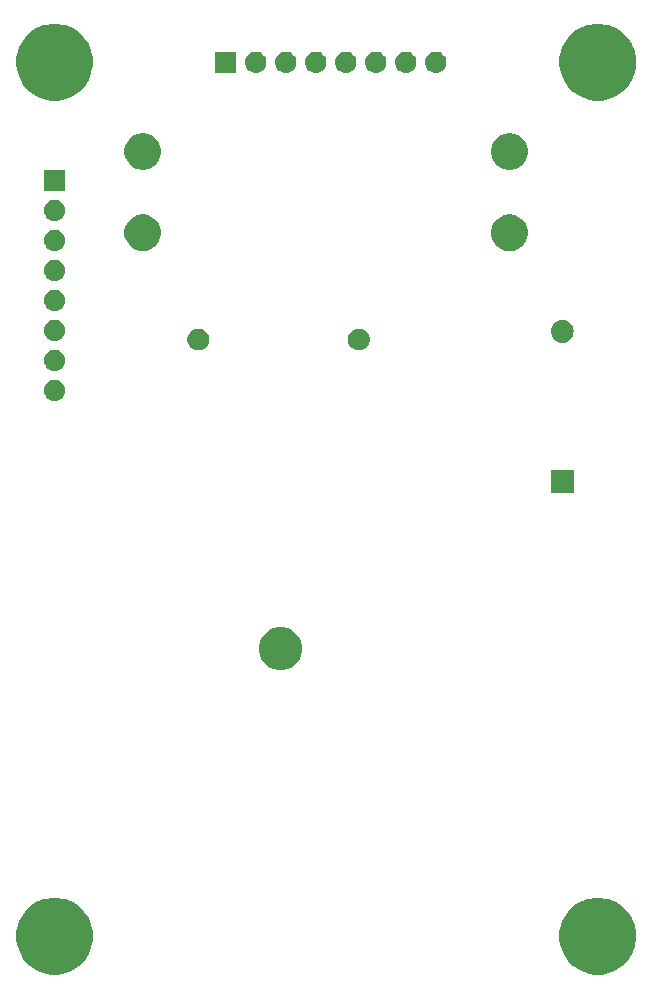
<source format=gbs>
%TF.GenerationSoftware,KiCad,Pcbnew,5.0.2+dfsg1-1*%
%TF.CreationDate,2022-04-10T03:47:20-07:00*%
%TF.ProjectId,keygame-batpack,6b657967-616d-4652-9d62-61747061636b,rev?*%
%TF.SameCoordinates,Original*%
%TF.FileFunction,Soldermask,Bot*%
%TF.FilePolarity,Negative*%
%FSLAX46Y46*%
G04 Gerber Fmt 4.6, Leading zero omitted, Abs format (unit mm)*
G04 Created by KiCad (PCBNEW 5.0.2+dfsg1-1) date Sun 10 Apr 2022 03:47:20 AM PDT*
%MOMM*%
%LPD*%
G01*
G04 APERTURE LIST*
%ADD10C,0.100000*%
G04 APERTURE END LIST*
D10*
G36*
X171074239Y-130471467D02*
X171388282Y-130533934D01*
X171979926Y-130779001D01*
X172269523Y-130972504D01*
X172512395Y-131134786D01*
X172965214Y-131587605D01*
X172965216Y-131587608D01*
X173320999Y-132120074D01*
X173442724Y-132413944D01*
X173566066Y-132711719D01*
X173691000Y-133339803D01*
X173691000Y-133980197D01*
X173628533Y-134294239D01*
X173566066Y-134608282D01*
X173320999Y-135199926D01*
X173073265Y-135570685D01*
X172965214Y-135732395D01*
X172512395Y-136185214D01*
X172512392Y-136185216D01*
X171979926Y-136540999D01*
X171388282Y-136786066D01*
X171074239Y-136848533D01*
X170760197Y-136911000D01*
X170119803Y-136911000D01*
X169805761Y-136848533D01*
X169491718Y-136786066D01*
X168900074Y-136540999D01*
X168367608Y-136185216D01*
X168367605Y-136185214D01*
X167914786Y-135732395D01*
X167806735Y-135570685D01*
X167559001Y-135199926D01*
X167313934Y-134608282D01*
X167251467Y-134294239D01*
X167189000Y-133980197D01*
X167189000Y-133339803D01*
X167313934Y-132711719D01*
X167437276Y-132413944D01*
X167559001Y-132120074D01*
X167914784Y-131587608D01*
X167914786Y-131587605D01*
X168367605Y-131134786D01*
X168610477Y-130972504D01*
X168900074Y-130779001D01*
X169491718Y-130533934D01*
X169805761Y-130471467D01*
X170119803Y-130409000D01*
X170760197Y-130409000D01*
X171074239Y-130471467D01*
X171074239Y-130471467D01*
G37*
G36*
X125074239Y-130471467D02*
X125388282Y-130533934D01*
X125979926Y-130779001D01*
X126269523Y-130972504D01*
X126512395Y-131134786D01*
X126965214Y-131587605D01*
X126965216Y-131587608D01*
X127320999Y-132120074D01*
X127442724Y-132413944D01*
X127566066Y-132711719D01*
X127691000Y-133339803D01*
X127691000Y-133980197D01*
X127628533Y-134294239D01*
X127566066Y-134608282D01*
X127320999Y-135199926D01*
X127073265Y-135570685D01*
X126965214Y-135732395D01*
X126512395Y-136185214D01*
X126512392Y-136185216D01*
X125979926Y-136540999D01*
X125388282Y-136786066D01*
X125074239Y-136848533D01*
X124760197Y-136911000D01*
X124119803Y-136911000D01*
X123805761Y-136848533D01*
X123491718Y-136786066D01*
X122900074Y-136540999D01*
X122367608Y-136185216D01*
X122367605Y-136185214D01*
X121914786Y-135732395D01*
X121806735Y-135570685D01*
X121559001Y-135199926D01*
X121313934Y-134608282D01*
X121251467Y-134294239D01*
X121189000Y-133980197D01*
X121189000Y-133339803D01*
X121313934Y-132711719D01*
X121437276Y-132413944D01*
X121559001Y-132120074D01*
X121914784Y-131587608D01*
X121914786Y-131587605D01*
X122367605Y-131134786D01*
X122610477Y-130972504D01*
X122900074Y-130779001D01*
X123491718Y-130533934D01*
X123805761Y-130471467D01*
X124119803Y-130409000D01*
X124760197Y-130409000D01*
X125074239Y-130471467D01*
X125074239Y-130471467D01*
G37*
G36*
X144114080Y-107539364D02*
X144114082Y-107539365D01*
X144114083Y-107539365D01*
X144447304Y-107677389D01*
X144745840Y-107876865D01*
X144747197Y-107877772D01*
X145002228Y-108132803D01*
X145002230Y-108132806D01*
X145202611Y-108432696D01*
X145340635Y-108765917D01*
X145411000Y-109119662D01*
X145411000Y-109480338D01*
X145340635Y-109834083D01*
X145202611Y-110167304D01*
X145003135Y-110465840D01*
X145002228Y-110467197D01*
X144747197Y-110722228D01*
X144747194Y-110722230D01*
X144447304Y-110922611D01*
X144114083Y-111060635D01*
X144114082Y-111060635D01*
X144114080Y-111060636D01*
X143760339Y-111131000D01*
X143399661Y-111131000D01*
X143045920Y-111060636D01*
X143045918Y-111060635D01*
X143045917Y-111060635D01*
X142712696Y-110922611D01*
X142412806Y-110722230D01*
X142412803Y-110722228D01*
X142157772Y-110467197D01*
X142156865Y-110465840D01*
X141957389Y-110167304D01*
X141819365Y-109834083D01*
X141749000Y-109480338D01*
X141749000Y-109119662D01*
X141819365Y-108765917D01*
X141957389Y-108432696D01*
X142157770Y-108132806D01*
X142157772Y-108132803D01*
X142412803Y-107877772D01*
X142414160Y-107876865D01*
X142712696Y-107677389D01*
X143045917Y-107539365D01*
X143045918Y-107539365D01*
X143045920Y-107539364D01*
X143399661Y-107469000D01*
X143760339Y-107469000D01*
X144114080Y-107539364D01*
X144114080Y-107539364D01*
G37*
G36*
X168391000Y-96111000D02*
X166489000Y-96111000D01*
X166489000Y-94209000D01*
X168391000Y-94209000D01*
X168391000Y-96111000D01*
X168391000Y-96111000D01*
G37*
G36*
X124550443Y-86545519D02*
X124616627Y-86552037D01*
X124729853Y-86586384D01*
X124786467Y-86603557D01*
X124925087Y-86677652D01*
X124942991Y-86687222D01*
X124978729Y-86716552D01*
X125080186Y-86799814D01*
X125163448Y-86901271D01*
X125192778Y-86937009D01*
X125192779Y-86937011D01*
X125276443Y-87093533D01*
X125276443Y-87093534D01*
X125327963Y-87263373D01*
X125345359Y-87440000D01*
X125327963Y-87616627D01*
X125293616Y-87729853D01*
X125276443Y-87786467D01*
X125202348Y-87925087D01*
X125192778Y-87942991D01*
X125163448Y-87978729D01*
X125080186Y-88080186D01*
X124978729Y-88163448D01*
X124942991Y-88192778D01*
X124942989Y-88192779D01*
X124786467Y-88276443D01*
X124729853Y-88293616D01*
X124616627Y-88327963D01*
X124550443Y-88334481D01*
X124484260Y-88341000D01*
X124395740Y-88341000D01*
X124329557Y-88334481D01*
X124263373Y-88327963D01*
X124150147Y-88293616D01*
X124093533Y-88276443D01*
X123937011Y-88192779D01*
X123937009Y-88192778D01*
X123901271Y-88163448D01*
X123799814Y-88080186D01*
X123716552Y-87978729D01*
X123687222Y-87942991D01*
X123677652Y-87925087D01*
X123603557Y-87786467D01*
X123586384Y-87729853D01*
X123552037Y-87616627D01*
X123534641Y-87440000D01*
X123552037Y-87263373D01*
X123603557Y-87093534D01*
X123603557Y-87093533D01*
X123687221Y-86937011D01*
X123687222Y-86937009D01*
X123716552Y-86901271D01*
X123799814Y-86799814D01*
X123901271Y-86716552D01*
X123937009Y-86687222D01*
X123954913Y-86677652D01*
X124093533Y-86603557D01*
X124150147Y-86586384D01*
X124263373Y-86552037D01*
X124329557Y-86545519D01*
X124395740Y-86539000D01*
X124484260Y-86539000D01*
X124550443Y-86545519D01*
X124550443Y-86545519D01*
G37*
G36*
X124550442Y-84005518D02*
X124616627Y-84012037D01*
X124729853Y-84046384D01*
X124786467Y-84063557D01*
X124925087Y-84137652D01*
X124942991Y-84147222D01*
X124978729Y-84176552D01*
X125080186Y-84259814D01*
X125163448Y-84361271D01*
X125192778Y-84397009D01*
X125192779Y-84397011D01*
X125276443Y-84553533D01*
X125276443Y-84553534D01*
X125327963Y-84723373D01*
X125345359Y-84900000D01*
X125327963Y-85076627D01*
X125293616Y-85189853D01*
X125276443Y-85246467D01*
X125202348Y-85385087D01*
X125192778Y-85402991D01*
X125163448Y-85438729D01*
X125080186Y-85540186D01*
X124978729Y-85623448D01*
X124942991Y-85652778D01*
X124942989Y-85652779D01*
X124786467Y-85736443D01*
X124729853Y-85753616D01*
X124616627Y-85787963D01*
X124550442Y-85794482D01*
X124484260Y-85801000D01*
X124395740Y-85801000D01*
X124329558Y-85794482D01*
X124263373Y-85787963D01*
X124150147Y-85753616D01*
X124093533Y-85736443D01*
X123937011Y-85652779D01*
X123937009Y-85652778D01*
X123901271Y-85623448D01*
X123799814Y-85540186D01*
X123716552Y-85438729D01*
X123687222Y-85402991D01*
X123677652Y-85385087D01*
X123603557Y-85246467D01*
X123586384Y-85189853D01*
X123552037Y-85076627D01*
X123534641Y-84900000D01*
X123552037Y-84723373D01*
X123603557Y-84553534D01*
X123603557Y-84553533D01*
X123687221Y-84397011D01*
X123687222Y-84397009D01*
X123716552Y-84361271D01*
X123799814Y-84259814D01*
X123901271Y-84176552D01*
X123937009Y-84147222D01*
X123954913Y-84137652D01*
X124093533Y-84063557D01*
X124150147Y-84046384D01*
X124263373Y-84012037D01*
X124329558Y-84005518D01*
X124395740Y-83999000D01*
X124484260Y-83999000D01*
X124550442Y-84005518D01*
X124550442Y-84005518D01*
G37*
G36*
X150480834Y-82247181D02*
X150649810Y-82317174D01*
X150713903Y-82360000D01*
X150801887Y-82418789D01*
X150931211Y-82548113D01*
X150931213Y-82548116D01*
X151032826Y-82700190D01*
X151102819Y-82869166D01*
X151138500Y-83048551D01*
X151138500Y-83231449D01*
X151102819Y-83410834D01*
X151032826Y-83579810D01*
X150931897Y-83730860D01*
X150931211Y-83731887D01*
X150801887Y-83861211D01*
X150801884Y-83861213D01*
X150649810Y-83962826D01*
X150480834Y-84032819D01*
X150301449Y-84068500D01*
X150118551Y-84068500D01*
X149939166Y-84032819D01*
X149770190Y-83962826D01*
X149618116Y-83861213D01*
X149618113Y-83861211D01*
X149488789Y-83731887D01*
X149488103Y-83730860D01*
X149387174Y-83579810D01*
X149317181Y-83410834D01*
X149281500Y-83231449D01*
X149281500Y-83048551D01*
X149317181Y-82869166D01*
X149387174Y-82700190D01*
X149488787Y-82548116D01*
X149488789Y-82548113D01*
X149618113Y-82418789D01*
X149706097Y-82360000D01*
X149770190Y-82317174D01*
X149939166Y-82247181D01*
X150118551Y-82211500D01*
X150301449Y-82211500D01*
X150480834Y-82247181D01*
X150480834Y-82247181D01*
G37*
G36*
X136890834Y-82247181D02*
X137059810Y-82317174D01*
X137123903Y-82360000D01*
X137211887Y-82418789D01*
X137341211Y-82548113D01*
X137341213Y-82548116D01*
X137442826Y-82700190D01*
X137512819Y-82869166D01*
X137548500Y-83048551D01*
X137548500Y-83231449D01*
X137512819Y-83410834D01*
X137442826Y-83579810D01*
X137341897Y-83730860D01*
X137341211Y-83731887D01*
X137211887Y-83861211D01*
X137211884Y-83861213D01*
X137059810Y-83962826D01*
X136890834Y-84032819D01*
X136711449Y-84068500D01*
X136528551Y-84068500D01*
X136349166Y-84032819D01*
X136180190Y-83962826D01*
X136028116Y-83861213D01*
X136028113Y-83861211D01*
X135898789Y-83731887D01*
X135898103Y-83730860D01*
X135797174Y-83579810D01*
X135727181Y-83410834D01*
X135691500Y-83231449D01*
X135691500Y-83048551D01*
X135727181Y-82869166D01*
X135797174Y-82700190D01*
X135898787Y-82548116D01*
X135898789Y-82548113D01*
X136028113Y-82418789D01*
X136116097Y-82360000D01*
X136180190Y-82317174D01*
X136349166Y-82247181D01*
X136528551Y-82211500D01*
X136711449Y-82211500D01*
X136890834Y-82247181D01*
X136890834Y-82247181D01*
G37*
G36*
X167626425Y-81522760D02*
X167626428Y-81522761D01*
X167626429Y-81522761D01*
X167805693Y-81577140D01*
X167805695Y-81577141D01*
X167970905Y-81665448D01*
X168115712Y-81784288D01*
X168234552Y-81929095D01*
X168234553Y-81929097D01*
X168322860Y-82094307D01*
X168369234Y-82247182D01*
X168377240Y-82273575D01*
X168395601Y-82460000D01*
X168377240Y-82646425D01*
X168377239Y-82646428D01*
X168377239Y-82646429D01*
X168359027Y-82706467D01*
X168322859Y-82825695D01*
X168234552Y-82990905D01*
X168115712Y-83135712D01*
X167970905Y-83254552D01*
X167970903Y-83254553D01*
X167805693Y-83342860D01*
X167626429Y-83397239D01*
X167626428Y-83397239D01*
X167626425Y-83397240D01*
X167486718Y-83411000D01*
X167393282Y-83411000D01*
X167253575Y-83397240D01*
X167253572Y-83397239D01*
X167253571Y-83397239D01*
X167074307Y-83342860D01*
X166909097Y-83254553D01*
X166909095Y-83254552D01*
X166764288Y-83135712D01*
X166645448Y-82990905D01*
X166557141Y-82825695D01*
X166520974Y-82706467D01*
X166502761Y-82646429D01*
X166502761Y-82646428D01*
X166502760Y-82646425D01*
X166484399Y-82460000D01*
X166502760Y-82273575D01*
X166510766Y-82247182D01*
X166557140Y-82094307D01*
X166645447Y-81929097D01*
X166645448Y-81929095D01*
X166764288Y-81784288D01*
X166909095Y-81665448D01*
X167074305Y-81577141D01*
X167074307Y-81577140D01*
X167253571Y-81522761D01*
X167253572Y-81522761D01*
X167253575Y-81522760D01*
X167393282Y-81509000D01*
X167486718Y-81509000D01*
X167626425Y-81522760D01*
X167626425Y-81522760D01*
G37*
G36*
X124550443Y-81465519D02*
X124616627Y-81472037D01*
X124729853Y-81506384D01*
X124786467Y-81523557D01*
X124886712Y-81577140D01*
X124942991Y-81607222D01*
X124978729Y-81636552D01*
X125080186Y-81719814D01*
X125163448Y-81821271D01*
X125192778Y-81857009D01*
X125192779Y-81857011D01*
X125276443Y-82013533D01*
X125276443Y-82013534D01*
X125327963Y-82183373D01*
X125345359Y-82360000D01*
X125327963Y-82536627D01*
X125294656Y-82646425D01*
X125276443Y-82706467D01*
X125212714Y-82825693D01*
X125192778Y-82862991D01*
X125187710Y-82869166D01*
X125080186Y-83000186D01*
X124978729Y-83083448D01*
X124942991Y-83112778D01*
X124942989Y-83112779D01*
X124786467Y-83196443D01*
X124729853Y-83213616D01*
X124616627Y-83247963D01*
X124550442Y-83254482D01*
X124484260Y-83261000D01*
X124395740Y-83261000D01*
X124329558Y-83254482D01*
X124263373Y-83247963D01*
X124150147Y-83213616D01*
X124093533Y-83196443D01*
X123937011Y-83112779D01*
X123937009Y-83112778D01*
X123901271Y-83083448D01*
X123799814Y-83000186D01*
X123692290Y-82869166D01*
X123687222Y-82862991D01*
X123667286Y-82825693D01*
X123603557Y-82706467D01*
X123585344Y-82646425D01*
X123552037Y-82536627D01*
X123534641Y-82360000D01*
X123552037Y-82183373D01*
X123603557Y-82013534D01*
X123603557Y-82013533D01*
X123687221Y-81857011D01*
X123687222Y-81857009D01*
X123716552Y-81821271D01*
X123799814Y-81719814D01*
X123901271Y-81636552D01*
X123937009Y-81607222D01*
X123993288Y-81577140D01*
X124093533Y-81523557D01*
X124150147Y-81506384D01*
X124263373Y-81472037D01*
X124329557Y-81465519D01*
X124395740Y-81459000D01*
X124484260Y-81459000D01*
X124550443Y-81465519D01*
X124550443Y-81465519D01*
G37*
G36*
X124550442Y-78925518D02*
X124616627Y-78932037D01*
X124729853Y-78966384D01*
X124786467Y-78983557D01*
X124925087Y-79057652D01*
X124942991Y-79067222D01*
X124978729Y-79096552D01*
X125080186Y-79179814D01*
X125163448Y-79281271D01*
X125192778Y-79317009D01*
X125192779Y-79317011D01*
X125276443Y-79473533D01*
X125276443Y-79473534D01*
X125327963Y-79643373D01*
X125345359Y-79820000D01*
X125327963Y-79996627D01*
X125293616Y-80109853D01*
X125276443Y-80166467D01*
X125202348Y-80305087D01*
X125192778Y-80322991D01*
X125163448Y-80358729D01*
X125080186Y-80460186D01*
X124978729Y-80543448D01*
X124942991Y-80572778D01*
X124942989Y-80572779D01*
X124786467Y-80656443D01*
X124729853Y-80673616D01*
X124616627Y-80707963D01*
X124550443Y-80714481D01*
X124484260Y-80721000D01*
X124395740Y-80721000D01*
X124329557Y-80714481D01*
X124263373Y-80707963D01*
X124150147Y-80673616D01*
X124093533Y-80656443D01*
X123937011Y-80572779D01*
X123937009Y-80572778D01*
X123901271Y-80543448D01*
X123799814Y-80460186D01*
X123716552Y-80358729D01*
X123687222Y-80322991D01*
X123677652Y-80305087D01*
X123603557Y-80166467D01*
X123586384Y-80109853D01*
X123552037Y-79996627D01*
X123534641Y-79820000D01*
X123552037Y-79643373D01*
X123603557Y-79473534D01*
X123603557Y-79473533D01*
X123687221Y-79317011D01*
X123687222Y-79317009D01*
X123716552Y-79281271D01*
X123799814Y-79179814D01*
X123901271Y-79096552D01*
X123937009Y-79067222D01*
X123954913Y-79057652D01*
X124093533Y-78983557D01*
X124150147Y-78966384D01*
X124263373Y-78932037D01*
X124329558Y-78925518D01*
X124395740Y-78919000D01*
X124484260Y-78919000D01*
X124550442Y-78925518D01*
X124550442Y-78925518D01*
G37*
G36*
X124550443Y-76385519D02*
X124616627Y-76392037D01*
X124729853Y-76426384D01*
X124786467Y-76443557D01*
X124925087Y-76517652D01*
X124942991Y-76527222D01*
X124978729Y-76556552D01*
X125080186Y-76639814D01*
X125163448Y-76741271D01*
X125192778Y-76777009D01*
X125192779Y-76777011D01*
X125276443Y-76933533D01*
X125276443Y-76933534D01*
X125327963Y-77103373D01*
X125345359Y-77280000D01*
X125327963Y-77456627D01*
X125293616Y-77569853D01*
X125276443Y-77626467D01*
X125202348Y-77765087D01*
X125192778Y-77782991D01*
X125163448Y-77818729D01*
X125080186Y-77920186D01*
X124978729Y-78003448D01*
X124942991Y-78032778D01*
X124942989Y-78032779D01*
X124786467Y-78116443D01*
X124729853Y-78133616D01*
X124616627Y-78167963D01*
X124550443Y-78174481D01*
X124484260Y-78181000D01*
X124395740Y-78181000D01*
X124329557Y-78174481D01*
X124263373Y-78167963D01*
X124150147Y-78133616D01*
X124093533Y-78116443D01*
X123937011Y-78032779D01*
X123937009Y-78032778D01*
X123901271Y-78003448D01*
X123799814Y-77920186D01*
X123716552Y-77818729D01*
X123687222Y-77782991D01*
X123677652Y-77765087D01*
X123603557Y-77626467D01*
X123586384Y-77569853D01*
X123552037Y-77456627D01*
X123534641Y-77280000D01*
X123552037Y-77103373D01*
X123603557Y-76933534D01*
X123603557Y-76933533D01*
X123687221Y-76777011D01*
X123687222Y-76777009D01*
X123716552Y-76741271D01*
X123799814Y-76639814D01*
X123901271Y-76556552D01*
X123937009Y-76527222D01*
X123954913Y-76517652D01*
X124093533Y-76443557D01*
X124150147Y-76426384D01*
X124263373Y-76392037D01*
X124329557Y-76385519D01*
X124395740Y-76379000D01*
X124484260Y-76379000D01*
X124550443Y-76385519D01*
X124550443Y-76385519D01*
G37*
G36*
X132262527Y-72588736D02*
X132362410Y-72608604D01*
X132644674Y-72725521D01*
X132898705Y-72895259D01*
X133114741Y-73111295D01*
X133284479Y-73365326D01*
X133401396Y-73647590D01*
X133461000Y-73947240D01*
X133461000Y-74252760D01*
X133401396Y-74552410D01*
X133284479Y-74834674D01*
X133114741Y-75088705D01*
X132898705Y-75304741D01*
X132644674Y-75474479D01*
X132362410Y-75591396D01*
X132262527Y-75611264D01*
X132062762Y-75651000D01*
X131757238Y-75651000D01*
X131557473Y-75611264D01*
X131457590Y-75591396D01*
X131175326Y-75474479D01*
X130921295Y-75304741D01*
X130705259Y-75088705D01*
X130535521Y-74834674D01*
X130418604Y-74552410D01*
X130359000Y-74252760D01*
X130359000Y-73947240D01*
X130418604Y-73647590D01*
X130535521Y-73365326D01*
X130705259Y-73111295D01*
X130921295Y-72895259D01*
X131175326Y-72725521D01*
X131457590Y-72608604D01*
X131557473Y-72588736D01*
X131757238Y-72549000D01*
X132062762Y-72549000D01*
X132262527Y-72588736D01*
X132262527Y-72588736D01*
G37*
G36*
X163322527Y-72588736D02*
X163422410Y-72608604D01*
X163704674Y-72725521D01*
X163958705Y-72895259D01*
X164174741Y-73111295D01*
X164344479Y-73365326D01*
X164461396Y-73647590D01*
X164521000Y-73947240D01*
X164521000Y-74252760D01*
X164461396Y-74552410D01*
X164344479Y-74834674D01*
X164174741Y-75088705D01*
X163958705Y-75304741D01*
X163704674Y-75474479D01*
X163422410Y-75591396D01*
X163322527Y-75611264D01*
X163122762Y-75651000D01*
X162817238Y-75651000D01*
X162617473Y-75611264D01*
X162517590Y-75591396D01*
X162235326Y-75474479D01*
X161981295Y-75304741D01*
X161765259Y-75088705D01*
X161595521Y-74834674D01*
X161478604Y-74552410D01*
X161419000Y-74252760D01*
X161419000Y-73947240D01*
X161478604Y-73647590D01*
X161595521Y-73365326D01*
X161765259Y-73111295D01*
X161981295Y-72895259D01*
X162235326Y-72725521D01*
X162517590Y-72608604D01*
X162617473Y-72588736D01*
X162817238Y-72549000D01*
X163122762Y-72549000D01*
X163322527Y-72588736D01*
X163322527Y-72588736D01*
G37*
G36*
X124550442Y-73845518D02*
X124616627Y-73852037D01*
X124729853Y-73886384D01*
X124786467Y-73903557D01*
X124868187Y-73947238D01*
X124942991Y-73987222D01*
X124978729Y-74016552D01*
X125080186Y-74099814D01*
X125163448Y-74201271D01*
X125192778Y-74237009D01*
X125192779Y-74237011D01*
X125276443Y-74393533D01*
X125276443Y-74393534D01*
X125327963Y-74563373D01*
X125345359Y-74740000D01*
X125327963Y-74916627D01*
X125293616Y-75029853D01*
X125276443Y-75086467D01*
X125202348Y-75225087D01*
X125192778Y-75242991D01*
X125163448Y-75278729D01*
X125080186Y-75380186D01*
X124978729Y-75463448D01*
X124942991Y-75492778D01*
X124942989Y-75492779D01*
X124786467Y-75576443D01*
X124729853Y-75593616D01*
X124616627Y-75627963D01*
X124550442Y-75634482D01*
X124484260Y-75641000D01*
X124395740Y-75641000D01*
X124329558Y-75634482D01*
X124263373Y-75627963D01*
X124150147Y-75593616D01*
X124093533Y-75576443D01*
X123937011Y-75492779D01*
X123937009Y-75492778D01*
X123901271Y-75463448D01*
X123799814Y-75380186D01*
X123716552Y-75278729D01*
X123687222Y-75242991D01*
X123677652Y-75225087D01*
X123603557Y-75086467D01*
X123586384Y-75029853D01*
X123552037Y-74916627D01*
X123534641Y-74740000D01*
X123552037Y-74563373D01*
X123603557Y-74393534D01*
X123603557Y-74393533D01*
X123687221Y-74237011D01*
X123687222Y-74237009D01*
X123716552Y-74201271D01*
X123799814Y-74099814D01*
X123901271Y-74016552D01*
X123937009Y-73987222D01*
X124011813Y-73947238D01*
X124093533Y-73903557D01*
X124150147Y-73886384D01*
X124263373Y-73852037D01*
X124329558Y-73845518D01*
X124395740Y-73839000D01*
X124484260Y-73839000D01*
X124550442Y-73845518D01*
X124550442Y-73845518D01*
G37*
G36*
X124550442Y-71305518D02*
X124616627Y-71312037D01*
X124729853Y-71346384D01*
X124786467Y-71363557D01*
X124925087Y-71437652D01*
X124942991Y-71447222D01*
X124978729Y-71476552D01*
X125080186Y-71559814D01*
X125163448Y-71661271D01*
X125192778Y-71697009D01*
X125192779Y-71697011D01*
X125276443Y-71853533D01*
X125276443Y-71853534D01*
X125327963Y-72023373D01*
X125345359Y-72200000D01*
X125327963Y-72376627D01*
X125293616Y-72489853D01*
X125276443Y-72546467D01*
X125202348Y-72685087D01*
X125192778Y-72702991D01*
X125174288Y-72725521D01*
X125080186Y-72840186D01*
X124978729Y-72923448D01*
X124942991Y-72952778D01*
X124942989Y-72952779D01*
X124786467Y-73036443D01*
X124729853Y-73053616D01*
X124616627Y-73087963D01*
X124550442Y-73094482D01*
X124484260Y-73101000D01*
X124395740Y-73101000D01*
X124329558Y-73094482D01*
X124263373Y-73087963D01*
X124150147Y-73053616D01*
X124093533Y-73036443D01*
X123937011Y-72952779D01*
X123937009Y-72952778D01*
X123901271Y-72923448D01*
X123799814Y-72840186D01*
X123705712Y-72725521D01*
X123687222Y-72702991D01*
X123677652Y-72685087D01*
X123603557Y-72546467D01*
X123586384Y-72489853D01*
X123552037Y-72376627D01*
X123534641Y-72200000D01*
X123552037Y-72023373D01*
X123603557Y-71853534D01*
X123603557Y-71853533D01*
X123687221Y-71697011D01*
X123687222Y-71697009D01*
X123716552Y-71661271D01*
X123799814Y-71559814D01*
X123901271Y-71476552D01*
X123937009Y-71447222D01*
X123954913Y-71437652D01*
X124093533Y-71363557D01*
X124150147Y-71346384D01*
X124263373Y-71312037D01*
X124329558Y-71305518D01*
X124395740Y-71299000D01*
X124484260Y-71299000D01*
X124550442Y-71305518D01*
X124550442Y-71305518D01*
G37*
G36*
X125341000Y-70561000D02*
X123539000Y-70561000D01*
X123539000Y-68759000D01*
X125341000Y-68759000D01*
X125341000Y-70561000D01*
X125341000Y-70561000D01*
G37*
G36*
X163322527Y-65708736D02*
X163422410Y-65728604D01*
X163704674Y-65845521D01*
X163958705Y-66015259D01*
X164174741Y-66231295D01*
X164344479Y-66485326D01*
X164461396Y-66767590D01*
X164521000Y-67067240D01*
X164521000Y-67372760D01*
X164461396Y-67672410D01*
X164344479Y-67954674D01*
X164174741Y-68208705D01*
X163958705Y-68424741D01*
X163704674Y-68594479D01*
X163422410Y-68711396D01*
X163322527Y-68731264D01*
X163122762Y-68771000D01*
X162817238Y-68771000D01*
X162617473Y-68731264D01*
X162517590Y-68711396D01*
X162235326Y-68594479D01*
X161981295Y-68424741D01*
X161765259Y-68208705D01*
X161595521Y-67954674D01*
X161478604Y-67672410D01*
X161419000Y-67372760D01*
X161419000Y-67067240D01*
X161478604Y-66767590D01*
X161595521Y-66485326D01*
X161765259Y-66231295D01*
X161981295Y-66015259D01*
X162235326Y-65845521D01*
X162517590Y-65728604D01*
X162617473Y-65708736D01*
X162817238Y-65669000D01*
X163122762Y-65669000D01*
X163322527Y-65708736D01*
X163322527Y-65708736D01*
G37*
G36*
X132262527Y-65708736D02*
X132362410Y-65728604D01*
X132644674Y-65845521D01*
X132898705Y-66015259D01*
X133114741Y-66231295D01*
X133284479Y-66485326D01*
X133401396Y-66767590D01*
X133461000Y-67067240D01*
X133461000Y-67372760D01*
X133401396Y-67672410D01*
X133284479Y-67954674D01*
X133114741Y-68208705D01*
X132898705Y-68424741D01*
X132644674Y-68594479D01*
X132362410Y-68711396D01*
X132262527Y-68731264D01*
X132062762Y-68771000D01*
X131757238Y-68771000D01*
X131557473Y-68731264D01*
X131457590Y-68711396D01*
X131175326Y-68594479D01*
X130921295Y-68424741D01*
X130705259Y-68208705D01*
X130535521Y-67954674D01*
X130418604Y-67672410D01*
X130359000Y-67372760D01*
X130359000Y-67067240D01*
X130418604Y-66767590D01*
X130535521Y-66485326D01*
X130705259Y-66231295D01*
X130921295Y-66015259D01*
X131175326Y-65845521D01*
X131457590Y-65728604D01*
X131557473Y-65708736D01*
X131757238Y-65669000D01*
X132062762Y-65669000D01*
X132262527Y-65708736D01*
X132262527Y-65708736D01*
G37*
G36*
X171074239Y-56471467D02*
X171388282Y-56533934D01*
X171979926Y-56779001D01*
X172269523Y-56972504D01*
X172512395Y-57134786D01*
X172965214Y-57587605D01*
X172965216Y-57587608D01*
X173320999Y-58120074D01*
X173442724Y-58413944D01*
X173566066Y-58711719D01*
X173691000Y-59339803D01*
X173691000Y-59980197D01*
X173654640Y-60162989D01*
X173566066Y-60608282D01*
X173320999Y-61199926D01*
X173073265Y-61570685D01*
X172965214Y-61732395D01*
X172512395Y-62185214D01*
X172512392Y-62185216D01*
X171979926Y-62540999D01*
X171388282Y-62786066D01*
X171074239Y-62848533D01*
X170760197Y-62911000D01*
X170119803Y-62911000D01*
X169805761Y-62848533D01*
X169491718Y-62786066D01*
X168900074Y-62540999D01*
X168367608Y-62185216D01*
X168367605Y-62185214D01*
X167914786Y-61732395D01*
X167806735Y-61570685D01*
X167559001Y-61199926D01*
X167313934Y-60608282D01*
X167225360Y-60162989D01*
X167189000Y-59980197D01*
X167189000Y-59339803D01*
X167313934Y-58711719D01*
X167437276Y-58413944D01*
X167559001Y-58120074D01*
X167914784Y-57587608D01*
X167914786Y-57587605D01*
X168367605Y-57134786D01*
X168610477Y-56972504D01*
X168900074Y-56779001D01*
X169491718Y-56533934D01*
X169805761Y-56471467D01*
X170119803Y-56409000D01*
X170760197Y-56409000D01*
X171074239Y-56471467D01*
X171074239Y-56471467D01*
G37*
G36*
X125074239Y-56471467D02*
X125388282Y-56533934D01*
X125979926Y-56779001D01*
X126269523Y-56972504D01*
X126512395Y-57134786D01*
X126965214Y-57587605D01*
X126965216Y-57587608D01*
X127320999Y-58120074D01*
X127442724Y-58413944D01*
X127566066Y-58711719D01*
X127691000Y-59339803D01*
X127691000Y-59980197D01*
X127654640Y-60162989D01*
X127566066Y-60608282D01*
X127320999Y-61199926D01*
X127073265Y-61570685D01*
X126965214Y-61732395D01*
X126512395Y-62185214D01*
X126512392Y-62185216D01*
X125979926Y-62540999D01*
X125388282Y-62786066D01*
X125074239Y-62848533D01*
X124760197Y-62911000D01*
X124119803Y-62911000D01*
X123805761Y-62848533D01*
X123491718Y-62786066D01*
X122900074Y-62540999D01*
X122367608Y-62185216D01*
X122367605Y-62185214D01*
X121914786Y-61732395D01*
X121806735Y-61570685D01*
X121559001Y-61199926D01*
X121313934Y-60608282D01*
X121225360Y-60162989D01*
X121189000Y-59980197D01*
X121189000Y-59339803D01*
X121313934Y-58711719D01*
X121437276Y-58413944D01*
X121559001Y-58120074D01*
X121914784Y-57587608D01*
X121914786Y-57587605D01*
X122367605Y-57134786D01*
X122610477Y-56972504D01*
X122900074Y-56779001D01*
X123491718Y-56533934D01*
X123805761Y-56471467D01*
X124119803Y-56409000D01*
X124760197Y-56409000D01*
X125074239Y-56471467D01*
X125074239Y-56471467D01*
G37*
G36*
X156830442Y-58765518D02*
X156896627Y-58772037D01*
X157009853Y-58806384D01*
X157066467Y-58823557D01*
X157205087Y-58897652D01*
X157222991Y-58907222D01*
X157258729Y-58936552D01*
X157360186Y-59019814D01*
X157443448Y-59121271D01*
X157472778Y-59157009D01*
X157472779Y-59157011D01*
X157556443Y-59313533D01*
X157556443Y-59313534D01*
X157607963Y-59483373D01*
X157625359Y-59660000D01*
X157607963Y-59836627D01*
X157574331Y-59947496D01*
X157556443Y-60006467D01*
X157528004Y-60059671D01*
X157472778Y-60162991D01*
X157443448Y-60198729D01*
X157360186Y-60300186D01*
X157258729Y-60383448D01*
X157222991Y-60412778D01*
X157222989Y-60412779D01*
X157066467Y-60496443D01*
X157009853Y-60513616D01*
X156896627Y-60547963D01*
X156830443Y-60554481D01*
X156764260Y-60561000D01*
X156675740Y-60561000D01*
X156609557Y-60554481D01*
X156543373Y-60547963D01*
X156430147Y-60513616D01*
X156373533Y-60496443D01*
X156217011Y-60412779D01*
X156217009Y-60412778D01*
X156181271Y-60383448D01*
X156079814Y-60300186D01*
X155996552Y-60198729D01*
X155967222Y-60162991D01*
X155911996Y-60059671D01*
X155883557Y-60006467D01*
X155865669Y-59947496D01*
X155832037Y-59836627D01*
X155814641Y-59660000D01*
X155832037Y-59483373D01*
X155883557Y-59313534D01*
X155883557Y-59313533D01*
X155967221Y-59157011D01*
X155967222Y-59157009D01*
X155996552Y-59121271D01*
X156079814Y-59019814D01*
X156181271Y-58936552D01*
X156217009Y-58907222D01*
X156234913Y-58897652D01*
X156373533Y-58823557D01*
X156430147Y-58806384D01*
X156543373Y-58772037D01*
X156609558Y-58765518D01*
X156675740Y-58759000D01*
X156764260Y-58759000D01*
X156830442Y-58765518D01*
X156830442Y-58765518D01*
G37*
G36*
X154290442Y-58765518D02*
X154356627Y-58772037D01*
X154469853Y-58806384D01*
X154526467Y-58823557D01*
X154665087Y-58897652D01*
X154682991Y-58907222D01*
X154718729Y-58936552D01*
X154820186Y-59019814D01*
X154903448Y-59121271D01*
X154932778Y-59157009D01*
X154932779Y-59157011D01*
X155016443Y-59313533D01*
X155016443Y-59313534D01*
X155067963Y-59483373D01*
X155085359Y-59660000D01*
X155067963Y-59836627D01*
X155034331Y-59947496D01*
X155016443Y-60006467D01*
X154988004Y-60059671D01*
X154932778Y-60162991D01*
X154903448Y-60198729D01*
X154820186Y-60300186D01*
X154718729Y-60383448D01*
X154682991Y-60412778D01*
X154682989Y-60412779D01*
X154526467Y-60496443D01*
X154469853Y-60513616D01*
X154356627Y-60547963D01*
X154290443Y-60554481D01*
X154224260Y-60561000D01*
X154135740Y-60561000D01*
X154069557Y-60554481D01*
X154003373Y-60547963D01*
X153890147Y-60513616D01*
X153833533Y-60496443D01*
X153677011Y-60412779D01*
X153677009Y-60412778D01*
X153641271Y-60383448D01*
X153539814Y-60300186D01*
X153456552Y-60198729D01*
X153427222Y-60162991D01*
X153371996Y-60059671D01*
X153343557Y-60006467D01*
X153325669Y-59947496D01*
X153292037Y-59836627D01*
X153274641Y-59660000D01*
X153292037Y-59483373D01*
X153343557Y-59313534D01*
X153343557Y-59313533D01*
X153427221Y-59157011D01*
X153427222Y-59157009D01*
X153456552Y-59121271D01*
X153539814Y-59019814D01*
X153641271Y-58936552D01*
X153677009Y-58907222D01*
X153694913Y-58897652D01*
X153833533Y-58823557D01*
X153890147Y-58806384D01*
X154003373Y-58772037D01*
X154069558Y-58765518D01*
X154135740Y-58759000D01*
X154224260Y-58759000D01*
X154290442Y-58765518D01*
X154290442Y-58765518D01*
G37*
G36*
X151750442Y-58765518D02*
X151816627Y-58772037D01*
X151929853Y-58806384D01*
X151986467Y-58823557D01*
X152125087Y-58897652D01*
X152142991Y-58907222D01*
X152178729Y-58936552D01*
X152280186Y-59019814D01*
X152363448Y-59121271D01*
X152392778Y-59157009D01*
X152392779Y-59157011D01*
X152476443Y-59313533D01*
X152476443Y-59313534D01*
X152527963Y-59483373D01*
X152545359Y-59660000D01*
X152527963Y-59836627D01*
X152494331Y-59947496D01*
X152476443Y-60006467D01*
X152448004Y-60059671D01*
X152392778Y-60162991D01*
X152363448Y-60198729D01*
X152280186Y-60300186D01*
X152178729Y-60383448D01*
X152142991Y-60412778D01*
X152142989Y-60412779D01*
X151986467Y-60496443D01*
X151929853Y-60513616D01*
X151816627Y-60547963D01*
X151750443Y-60554481D01*
X151684260Y-60561000D01*
X151595740Y-60561000D01*
X151529557Y-60554481D01*
X151463373Y-60547963D01*
X151350147Y-60513616D01*
X151293533Y-60496443D01*
X151137011Y-60412779D01*
X151137009Y-60412778D01*
X151101271Y-60383448D01*
X150999814Y-60300186D01*
X150916552Y-60198729D01*
X150887222Y-60162991D01*
X150831996Y-60059671D01*
X150803557Y-60006467D01*
X150785669Y-59947496D01*
X150752037Y-59836627D01*
X150734641Y-59660000D01*
X150752037Y-59483373D01*
X150803557Y-59313534D01*
X150803557Y-59313533D01*
X150887221Y-59157011D01*
X150887222Y-59157009D01*
X150916552Y-59121271D01*
X150999814Y-59019814D01*
X151101271Y-58936552D01*
X151137009Y-58907222D01*
X151154913Y-58897652D01*
X151293533Y-58823557D01*
X151350147Y-58806384D01*
X151463373Y-58772037D01*
X151529558Y-58765518D01*
X151595740Y-58759000D01*
X151684260Y-58759000D01*
X151750442Y-58765518D01*
X151750442Y-58765518D01*
G37*
G36*
X149210442Y-58765518D02*
X149276627Y-58772037D01*
X149389853Y-58806384D01*
X149446467Y-58823557D01*
X149585087Y-58897652D01*
X149602991Y-58907222D01*
X149638729Y-58936552D01*
X149740186Y-59019814D01*
X149823448Y-59121271D01*
X149852778Y-59157009D01*
X149852779Y-59157011D01*
X149936443Y-59313533D01*
X149936443Y-59313534D01*
X149987963Y-59483373D01*
X150005359Y-59660000D01*
X149987963Y-59836627D01*
X149954331Y-59947496D01*
X149936443Y-60006467D01*
X149908004Y-60059671D01*
X149852778Y-60162991D01*
X149823448Y-60198729D01*
X149740186Y-60300186D01*
X149638729Y-60383448D01*
X149602991Y-60412778D01*
X149602989Y-60412779D01*
X149446467Y-60496443D01*
X149389853Y-60513616D01*
X149276627Y-60547963D01*
X149210443Y-60554481D01*
X149144260Y-60561000D01*
X149055740Y-60561000D01*
X148989557Y-60554481D01*
X148923373Y-60547963D01*
X148810147Y-60513616D01*
X148753533Y-60496443D01*
X148597011Y-60412779D01*
X148597009Y-60412778D01*
X148561271Y-60383448D01*
X148459814Y-60300186D01*
X148376552Y-60198729D01*
X148347222Y-60162991D01*
X148291996Y-60059671D01*
X148263557Y-60006467D01*
X148245669Y-59947496D01*
X148212037Y-59836627D01*
X148194641Y-59660000D01*
X148212037Y-59483373D01*
X148263557Y-59313534D01*
X148263557Y-59313533D01*
X148347221Y-59157011D01*
X148347222Y-59157009D01*
X148376552Y-59121271D01*
X148459814Y-59019814D01*
X148561271Y-58936552D01*
X148597009Y-58907222D01*
X148614913Y-58897652D01*
X148753533Y-58823557D01*
X148810147Y-58806384D01*
X148923373Y-58772037D01*
X148989558Y-58765518D01*
X149055740Y-58759000D01*
X149144260Y-58759000D01*
X149210442Y-58765518D01*
X149210442Y-58765518D01*
G37*
G36*
X146670442Y-58765518D02*
X146736627Y-58772037D01*
X146849853Y-58806384D01*
X146906467Y-58823557D01*
X147045087Y-58897652D01*
X147062991Y-58907222D01*
X147098729Y-58936552D01*
X147200186Y-59019814D01*
X147283448Y-59121271D01*
X147312778Y-59157009D01*
X147312779Y-59157011D01*
X147396443Y-59313533D01*
X147396443Y-59313534D01*
X147447963Y-59483373D01*
X147465359Y-59660000D01*
X147447963Y-59836627D01*
X147414331Y-59947496D01*
X147396443Y-60006467D01*
X147368004Y-60059671D01*
X147312778Y-60162991D01*
X147283448Y-60198729D01*
X147200186Y-60300186D01*
X147098729Y-60383448D01*
X147062991Y-60412778D01*
X147062989Y-60412779D01*
X146906467Y-60496443D01*
X146849853Y-60513616D01*
X146736627Y-60547963D01*
X146670443Y-60554481D01*
X146604260Y-60561000D01*
X146515740Y-60561000D01*
X146449557Y-60554481D01*
X146383373Y-60547963D01*
X146270147Y-60513616D01*
X146213533Y-60496443D01*
X146057011Y-60412779D01*
X146057009Y-60412778D01*
X146021271Y-60383448D01*
X145919814Y-60300186D01*
X145836552Y-60198729D01*
X145807222Y-60162991D01*
X145751996Y-60059671D01*
X145723557Y-60006467D01*
X145705669Y-59947496D01*
X145672037Y-59836627D01*
X145654641Y-59660000D01*
X145672037Y-59483373D01*
X145723557Y-59313534D01*
X145723557Y-59313533D01*
X145807221Y-59157011D01*
X145807222Y-59157009D01*
X145836552Y-59121271D01*
X145919814Y-59019814D01*
X146021271Y-58936552D01*
X146057009Y-58907222D01*
X146074913Y-58897652D01*
X146213533Y-58823557D01*
X146270147Y-58806384D01*
X146383373Y-58772037D01*
X146449558Y-58765518D01*
X146515740Y-58759000D01*
X146604260Y-58759000D01*
X146670442Y-58765518D01*
X146670442Y-58765518D01*
G37*
G36*
X144130442Y-58765518D02*
X144196627Y-58772037D01*
X144309853Y-58806384D01*
X144366467Y-58823557D01*
X144505087Y-58897652D01*
X144522991Y-58907222D01*
X144558729Y-58936552D01*
X144660186Y-59019814D01*
X144743448Y-59121271D01*
X144772778Y-59157009D01*
X144772779Y-59157011D01*
X144856443Y-59313533D01*
X144856443Y-59313534D01*
X144907963Y-59483373D01*
X144925359Y-59660000D01*
X144907963Y-59836627D01*
X144874331Y-59947496D01*
X144856443Y-60006467D01*
X144828004Y-60059671D01*
X144772778Y-60162991D01*
X144743448Y-60198729D01*
X144660186Y-60300186D01*
X144558729Y-60383448D01*
X144522991Y-60412778D01*
X144522989Y-60412779D01*
X144366467Y-60496443D01*
X144309853Y-60513616D01*
X144196627Y-60547963D01*
X144130443Y-60554481D01*
X144064260Y-60561000D01*
X143975740Y-60561000D01*
X143909557Y-60554481D01*
X143843373Y-60547963D01*
X143730147Y-60513616D01*
X143673533Y-60496443D01*
X143517011Y-60412779D01*
X143517009Y-60412778D01*
X143481271Y-60383448D01*
X143379814Y-60300186D01*
X143296552Y-60198729D01*
X143267222Y-60162991D01*
X143211996Y-60059671D01*
X143183557Y-60006467D01*
X143165669Y-59947496D01*
X143132037Y-59836627D01*
X143114641Y-59660000D01*
X143132037Y-59483373D01*
X143183557Y-59313534D01*
X143183557Y-59313533D01*
X143267221Y-59157011D01*
X143267222Y-59157009D01*
X143296552Y-59121271D01*
X143379814Y-59019814D01*
X143481271Y-58936552D01*
X143517009Y-58907222D01*
X143534913Y-58897652D01*
X143673533Y-58823557D01*
X143730147Y-58806384D01*
X143843373Y-58772037D01*
X143909558Y-58765518D01*
X143975740Y-58759000D01*
X144064260Y-58759000D01*
X144130442Y-58765518D01*
X144130442Y-58765518D01*
G37*
G36*
X141590442Y-58765518D02*
X141656627Y-58772037D01*
X141769853Y-58806384D01*
X141826467Y-58823557D01*
X141965087Y-58897652D01*
X141982991Y-58907222D01*
X142018729Y-58936552D01*
X142120186Y-59019814D01*
X142203448Y-59121271D01*
X142232778Y-59157009D01*
X142232779Y-59157011D01*
X142316443Y-59313533D01*
X142316443Y-59313534D01*
X142367963Y-59483373D01*
X142385359Y-59660000D01*
X142367963Y-59836627D01*
X142334331Y-59947496D01*
X142316443Y-60006467D01*
X142288004Y-60059671D01*
X142232778Y-60162991D01*
X142203448Y-60198729D01*
X142120186Y-60300186D01*
X142018729Y-60383448D01*
X141982991Y-60412778D01*
X141982989Y-60412779D01*
X141826467Y-60496443D01*
X141769853Y-60513616D01*
X141656627Y-60547963D01*
X141590443Y-60554481D01*
X141524260Y-60561000D01*
X141435740Y-60561000D01*
X141369557Y-60554481D01*
X141303373Y-60547963D01*
X141190147Y-60513616D01*
X141133533Y-60496443D01*
X140977011Y-60412779D01*
X140977009Y-60412778D01*
X140941271Y-60383448D01*
X140839814Y-60300186D01*
X140756552Y-60198729D01*
X140727222Y-60162991D01*
X140671996Y-60059671D01*
X140643557Y-60006467D01*
X140625669Y-59947496D01*
X140592037Y-59836627D01*
X140574641Y-59660000D01*
X140592037Y-59483373D01*
X140643557Y-59313534D01*
X140643557Y-59313533D01*
X140727221Y-59157011D01*
X140727222Y-59157009D01*
X140756552Y-59121271D01*
X140839814Y-59019814D01*
X140941271Y-58936552D01*
X140977009Y-58907222D01*
X140994913Y-58897652D01*
X141133533Y-58823557D01*
X141190147Y-58806384D01*
X141303373Y-58772037D01*
X141369558Y-58765518D01*
X141435740Y-58759000D01*
X141524260Y-58759000D01*
X141590442Y-58765518D01*
X141590442Y-58765518D01*
G37*
G36*
X139841000Y-60561000D02*
X138039000Y-60561000D01*
X138039000Y-58759000D01*
X139841000Y-58759000D01*
X139841000Y-60561000D01*
X139841000Y-60561000D01*
G37*
M02*

</source>
